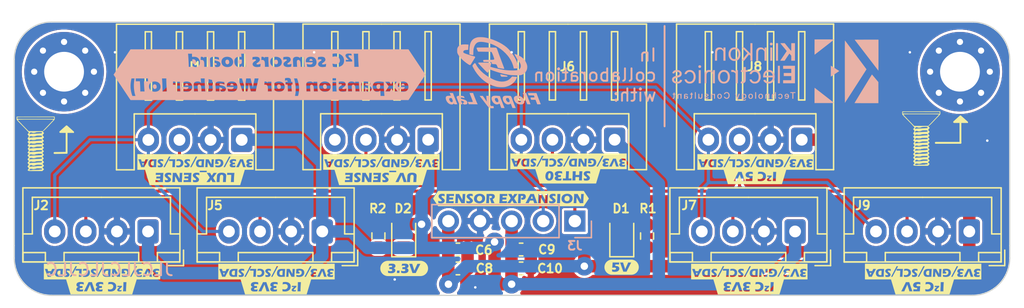
<source format=kicad_pcb>
(kicad_pcb (version 20240108) (generator "pcbnew") (generator_version "8.0")
  (title_block (title "I2C expansion board for Wather IoT") (date "2024-02-11") (rev "1.0") (company "Klinkon Electronicx & Floppy Lab"))
  (layers (0 "F.Cu" signal) (31 "B.Cu" signal) (34 "B.Paste" user) (35 "F.Paste" user) (36 "B.SilkS" user "B.Silkscreen") (37 "F.SilkS" user "F.Silkscreen") (38 "B.Mask" user) (39 "F.Mask" user) (44 "Edge.Cuts" user))
  (net 0 "")
  (net 1 "+3V3")
  (net 2 "GND")
  (net 3 "+5V")
  (net 4 "Net-(D1-K)")
  (net 5 "Net-(D2-K)")
  (net 6 "/I2C_SCL")
  (net 7 "/I2C_SDA")
  (footprint "Connector_JST:JST_XH_S4B-XH-A_1x04_P2.50mm_Horizontal" (layer "F.Cu") (at 203.1968 93.45 180)
    (property "Reference" "J6" (at 3.794 5.89 0) (layer "F.SilkS") (effects (font (size 0.7 0.7))))
    (property "Value" "SHT30 (soil)")
    (pad "1" thru_hole roundrect (at 0 0 180) (size 1.7 1.95) (drill 0.95) (layers "*.Cu" "*.Mask") (roundrect_rratio 0.1470588235) (net 1 "+3V3"))
    (pad "2" thru_hole oval (at 2.5 0 180) (size 1.7 1.95) (drill 0.95) (layers "*.Cu" "*.Mask") (net 2 "GND"))
    (pad "3" thru_hole oval (at 5 0 180) (size 1.7 1.95) (drill 0.95) (layers "*.Cu" "*.Mask") (net 6 "/I2C_SCL"))
    (pad "4" thru_hole oval (at 7.5 0 180) (size 1.7 1.95) (drill 0.95) (layers "*.Cu" "*.Mask") (net 7 "/I2C_SDA"))
  )
  (footprint "kibuzzard-65C8E424" (layer "F.Cu") (at 194.8656 98.1858)
    (property "Reference" "kibuzzard-65C8E424" (hide yes))
    (property "Value" "G***" (hide yes))
  )
  (footprint "kibuzzard-65C5FCD9" (layer "F.Cu") (at 162.0016 104.064 180)
    (property "Reference" "kibuzzard-65C5FCD9" (hide yes))
    (property "Value" "G***" (hide yes))
  )
  (footprint "Connector_JST:JST_XH_B4B-XH-A_1x04_P2.50mm_Vertical" (layer "F.Cu") (at 217.7 100.833 180)
    (property "Reference" "J7" (at 8.521 2.097 0) (layer "F.SilkS") (effects (font (size 0.7 0.7))))
    (property "Value" "I2C_3V3")
    (pad "1" thru_hole roundrect (at 0 0 180) (size 1.7 1.95) (drill 0.95) (layers "*.Cu" "*.Mask") (roundrect_rratio 0.1470588235) (net 1 "+3V3"))
    (pad "2" thru_hole oval (at 2.5 0 180) (size 1.7 1.95) (drill 0.95) (layers "*.Cu" "*.Mask") (net 2 "GND"))
    (pad "3" thru_hole oval (at 5 0 180) (size 1.7 1.95) (drill 0.95) (layers "*.Cu" "*.Mask") (net 6 "/I2C_SCL"))
    (pad "4" thru_hole oval (at 7.5 0 180) (size 1.7 1.95) (drill 0.95) (layers "*.Cu" "*.Mask") (net 7 "/I2C_SDA"))
  )
  (footprint "kibuzzard-65C8D846" (layer "F.Cu") (at 186.284 103.81)
    (property "Reference" "kibuzzard-65C8D846" (hide yes))
    (property "Value" "G***" (hide yes))
  )
  (footprint "kibuzzard-65C8D72A" (layer "F.Cu") (at 175.9716 105.2832 180)
    (property "Reference" "kibuzzard-65C8D72A" (hide yes))
    (property "Value" "G***" (hide yes))
  )
  (footprint "Connector_JST:JST_XH_B4B-XH-A_1x04_P2.50mm_Vertical" (layer "F.Cu") (at 231.7 100.833 180)
    (property "Reference" "J9" (at 8.551 2.097 0) (layer "F.SilkS") (effects (font (size 0.7 0.7))))
    (property "Value" "I2C_5V")
    (pad "1" thru_hole roundrect (at 0 0 180) (size 1.7 1.95) (drill 0.95) (layers "*.Cu" "*.Mask") (roundrect_rratio 0.1470588235) (net 3 "+5V"))
    (pad "2" thru_hole oval (at 2.5 0 180) (size 1.7 1.95) (drill 0.95) (layers "*.Cu" "*.Mask") (net 2 "GND"))
    (pad "3" thru_hole oval (at 5 0 180) (size 1.7 1.95) (drill 0.95) (layers "*.Cu" "*.Mask") (net 6 "/I2C_SCL"))
    (pad "4" thru_hole oval (at 7.5 0 180) (size 1.7 1.95) (drill 0.95) (layers "*.Cu" "*.Mask") (net 7 "/I2C_SDA"))
  )
  (footprint "kibuzzard-65C5FCD9" (layer "F.Cu") (at 169.5164 95.2394 180)
    (property "Reference" "kibuzzard-65C5FCD9" (hide yes))
    (property "Value" "G***" (hide yes))
  )
  (footprint "Connector_JST:JST_XH_S4B-XH-A_1x04_P2.50mm_Horizontal" (layer "F.Cu") (at 218.2336 93.45 180)
    (property "Reference" "J8" (at 3.792 5.89 0) (layer "F.SilkS") (effects (font (size 0.7 0.7))))
    (property "Value" "I2C_5V")
    (pad "1" thru_hole roundrect (at 0 0 180) (size 1.7 1.95) (drill 0.95) (layers "*.Cu" "*.Mask") (roundrect_rratio 0.1470588235) (net 3 "+5V"))
    (pad "2" thru_hole oval (at 2.5 0 180) (size 1.7 1.95) (drill 0.95) (layers "*.Cu" "*.Mask") (net 2 "GND"))
    (pad "3" thru_hole oval (at 5 0 180) (size 1.7 1.95) (drill 0.95) (layers "*.Cu" "*.Mask") (net 6 "/I2C_SCL"))
    (pad "4" thru_hole oval (at 7.5 0 180) (size 1.7 1.95) (drill 0.95) (layers "*.Cu" "*.Mask") (net 7 "/I2C_SDA"))
  )
  (footprint "MountingHole:MountingHole_3.2mm_M3_Pad_Via" (layer "F.Cu") (at 230.95 87.975)
    (property "Reference" "H2" (hide yes))
    (property "Value" "MountingHole")
    (pad "1" thru_hole circle (at -2.4 0) (size 0.8 0.8) (drill 0.5) (layers "*.Cu" "*.Mask"))
    (pad "1" thru_hole circle (at -1.697056 -1.697056) (size 0.8 0.8) (drill 0.5) (layers "*.Cu" "*.Mask"))
    (pad "1" thru_hole circle (at -1.697056 1.697056) (size 0.8 0.8) (drill 0.5) (layers "*.Cu" "*.Mask"))
    (pad "1" thru_hole circle (at 0 -2.4) (size 0.8 0.8) (drill 0.5) (layers "*.Cu" "*.Mask"))
    (pad "1" thru_hole circle (at 0 0) (size 6.4 6.4) (drill 3.2) (layers "*.Cu" "*.Mask"))
    (pad "1" thru_hole circle (at 0 2.4) (size 0.8 0.8) (drill 0.5) (layers "*.Cu" "*.Mask"))
    (pad "1" thru_hole circle (at 1.697056 -1.697056) (size 0.8 0.8) (drill 0.5) (layers "*.Cu" "*.Mask"))
    (pad "1" thru_hole circle (at 1.697056 1.697056) (size 0.8 0.8) (drill 0.5) (layers "*.Cu" "*.Mask"))
    (pad "1" thru_hole circle (at 2.4 0) (size 0.8 0.8) (drill 0.5) (layers "*.Cu" "*.Mask"))
  )
  (footprint "kibuzzard-65C5FCD9" (layer "F.Cu") (at 176.0224 104.064 180)
    (property "Reference" "kibuzzard-65C5FCD9" (hide yes))
    (property "Value" "G***" (hide yes))
  )
  (footprint "LED_SMD:LED_0805_2012Metric" (layer "F.Cu") (at 186.246 101.183 90)
    (property "Reference" "D2" (at 2.193 -0.054 180) (layer "F.SilkS") (effects (font (size 0.7 0.7))))
    (property "Value" "PWR_3V3")
    (pad "1" smd roundrect (at -0.9375 0 90) (size 0.975 1.4) (layers "F.Cu" "F.Paste" "F.Mask") (net 5 "Net-(D2-K)"))
    (pad "2" smd roundrect (at 0.9375 0 90) (size 0.975 1.4) (layers "F.Cu" "F.Paste" "F.Mask") (net 1 "+3V3"))
  )
  (footprint "LOGO" (layer "F.Cu") (at 227.8384 93.396)
    (property "Reference" "G***" (hide yes))
    (property "Value" "LOGO" (hide yes))
  )
  (footprint "Capacitor_SMD:C_0603_1608Metric" (layer "F.Cu") (at 195.682 102.286)
    (property "Reference" "C9" (at 2.067 0.006 0) (layer "F.SilkS") (effects (font (size 0.7 0.7))))
    (property "Value" "10u")
    (pad "1" smd roundrect (at -0.775 0) (size 0.9 0.95) (layers "F.Cu" "F.Paste" "F.Mask") (net 1 "+3V3"))
    (pad "2" smd roundrect (at 0.775 0) (size 0.9 0.95) (layers "F.Cu" "F.Paste" "F.Mask") (net 2 "GND"))
  )
  (footprint "kibuzzard-65C8D72A" (layer "F.Cu") (at 161.9508 105.2832 180)
    (property "Reference" "kibuzzard-65C8D72A" (hide yes))
    (property "Value" "G***" (hide yes))
  )
  (footprint "Connector_JST:JST_XH_S4B-XH-A_1x04_P2.50mm_Horizontal" (layer "F.Cu") (at 173.2248 93.4614 180)
    (property "Reference" "J1" (at 3.798 5.89 180) (layer "F.SilkS") (effects (font (size 0.7 0.7))))
    (property "Value" "LUX_Sensor")
    (pad "1" thru_hole roundrect (at 0 0 180) (size 1.7 1.95) (drill 0.95) (layers "*.Cu" "*.Mask") (roundrect_rratio 0.1470588235) (net 1 "+3V3"))
    (pad "2" thru_hole oval (at 2.5 0 180) (size 1.7 1.95) (drill 0.95) (layers "*.Cu" "*.Mask") (net 2 "GND"))
    (pad "3" thru_hole oval (at 5 0 180) (size 1.7 1.95) (drill 0.95) (layers "*.Cu" "*.Mask") (net 6 "/I2C_SCL"))
    (pad "4" thru_hole oval (at 7.5 0 180) (size 1.7 1.95) (drill 0.95) (layers "*.Cu" "*.Mask") (net 7 "/I2C_SDA"))
  )
  (footprint "kibuzzard-65C5FCD9" (layer "F.Cu") (at 199.4884 95.1886 180)
    (property "Reference" "kibuzzard-65C5FCD9" (hide yes))
    (property "Value" "G***" (hide yes))
  )
  (footprint "LED_SMD:LED_0805_2012Metric" (layer "F.Cu") (at 203.772 101.183 90)
    (property "Reference" "D1" (at 2.193 -0.054 180) (layer "F.SilkS") (effects (font (size 0.7 0.7))))
    (property "Value" "PWR_5V")
    (pad "1" smd roundrect (at -0.9375 0 90) (size 0.975 1.4) (layers "F.Cu" "F.Paste" "F.Mask") (net 4 "Net-(D1-K)"))
    (pad "2" smd roundrect (at 0.9375 0 90) (size 0.975 1.4) (layers "F.Cu" "F.Paste" "F.Mask") (net 3 "+5V"))
  )
  (footprint "kibuzzard-65C5FCD9" (layer "F.Cu") (at 214.5252 95.2394 180)
    (property "Reference" "kibuzzard-65C5FCD9" (hide yes))
    (property "Value" "G***" (hide yes))
  )
  (footprint "Capacitor_SMD:C_0603_1608Metric" (layer "F.Cu") (at 195.682 103.81)
    (property "Reference" "C10" (at 2.321 0.006 0) (layer "F.SilkS") (effects (font (size 0.7 0.7))))
    (property "Value" "100n")
    (pad "1" smd roundrect (at -0.775 0) (size 0.9 0.95) (layers "F.Cu" "F.Paste" "F.Mask") (net 1 "+3V3"))
    (pad "2" smd roundrect (at 0.775 0) (size 0.9 0.95) (layers "F.Cu" "F.Paste" "F.Mask") (net 2 "GND"))
  )
  (footprint "Connector_JST:JST_XH_B4B-XH-A_1x04_P2.50mm_Vertical" (layer "F.Cu") (at 165.7 100.833 180)
    (property "Reference" "J2" (at 8.591 2.097 0) (layer "F.SilkS") (effects (font (size 0.7 0.7))))
    (property "Value" "I2C_3V3")
    (pad "1" thru_hole roundrect (at 0 0 180) (size 1.7 1.95) (drill 0.95) (layers "*.Cu" "*.Mask") (roundrect_rratio 0.1470588235) (net 1 "+3V3"))
    (pad "2" thru_hole oval (at 2.5 0 180) (size 1.7 1.95) (drill 0.95) (layers "*.Cu" "*.Mask") (net 2 "GND"))
    (pad "3" thru_hole oval (at 5 0 180) (size 1.7 1.95) (drill 0.95) (layers "*.Cu" "*.Mask") (net 6 "/I2C_SCL"))
    (pad "4" thru_hole oval (at 7.5 0 180) (size 1.7 1.95) (drill 0.95) (layers "*.Cu" "*.Mask") (net 7 "/I2C_SDA"))
  )
  (footprint "Resistor_SMD:R_0603_1608Metric_Pad0.98x0.95mm_HandSolder" (layer "F.Cu") (at 184.214 101.203 -90)
    (property "Reference" "R2" (at -2.213 0.054 180) (layer "F.SilkS") (effects (font (size 0.7 0.7))))
    (property "Value" "1k")
    (pad "1" smd roundrect (at -0.9125 0 270) (size 0.975 0.95) (layers "F.Cu" "F.Paste" "F.Mask") (net 2 "GND"))
    (pad "2" smd roundrect (at 0.9125 0 270) (size 0.975 0.95) (layers "F.Cu" "F.Paste" "F.Mask") (net 5 "Net-(D2-K)"))
  )
  (footprint "kibuzzard-65C8D780" (layer "F.Cu") (at 214.4744 96.4078 180)
    (property "Reference" "kibuzzard-65C8D780" (hide yes))
    (property "Value" "G***" (hide yes))
  )
  (footprint "Capacitor_SMD:C_0603_1608Metric" (layer "F.Cu") (at 190.602 102.286)
    (property "Reference" "C6" (at 2.0828 0.0508 0) (layer "F.SilkS") (effects (font (size 0.7 0.7))))
    (property "Value" "10u")
    (pad "1" smd roundrect (at -0.775 0) (size 0.9 0.95) (layers "F.Cu" "F.Paste" "F.Mask") (net 3 "+5V"))
    (pad "2" smd roundrect (at 0.775 0) (size 0.9 0.95) (layers "F.Cu" "F.Paste" "F.Mask") (net 2 "GND"))
  )
  (footprint "Connector_JST:JST_XH_S4B-XH-A_1x04_P2.50mm_Horizontal" (layer "F.Cu") (at 188.2108 93.45 180)
    (property "Reference" "J4" (at 3.75 5.89 0) (layer "F.SilkS") (effects (font (size 0.7 0.7))))
    (property "Value" "UV_Sensor")
    (pad "1" thru_hole roundrect (at 0 0 180) (size 1.7 1.95) (drill 0.95) (layers "*.Cu" "*.Mask") (roundrect_rratio 0.1470588235) (net 1 "+3V3"))
    (pad "2" thru_hole oval (at 2.5 0 180) (size 1.7 1.95) (drill 0.95) (layers "*.Cu" "*.Mask") (net 2 "GND"))
    (pad "3" thru_hole oval (at 5 0 180) (size 1.7 1.95) (drill 0.95) (layers "*.Cu" "*.Mask") (net 6 "/I2C_SCL"))
    (pad "4" thru_hole oval (at 7.5 0 180) (size 1.7 1.95) (drill 0.95) (layers "*.Cu" "*.Mask") (net 7 "/I2C_SDA"))
  )
  (footprint "Connector_JST:JST_XH_B4B-XH-A_1x04_P2.50mm_Vertical" (layer "F.Cu") (at 179.7 100.833 180)
    (property "Reference" "J5" (at 8.621 2.097 0) (layer "F.SilkS") (effects (font (size 0.7 0.7))))
    (property "Value" "I2C_3V3")
    (pad "1" thru_hole roundrect (at 0 0 180) (size 1.7 1.95) (drill 0.95) (layers "*.Cu" "*.Mask") (roundrect_rratio 0.1470588235) (net 1 "+3V3"))
    (pad "2" thru_hole oval (at 2.5 0 180) (size 1.7 1.95) (drill 0.95) (layers "*.Cu" "*.Mask") (net 2 "GND"))
    (pad "3" thru_hole oval (at 5 0 180) (size 1.7 1.95) (drill 0.95) (layers "*.Cu" "*.Mask") (net 6 "/I2C_SCL"))
    (pad "4" thru_hole oval (at 7.5 0 180) (size 1.7 1.95) (drill 0.95) (layers "*.Cu" "*.Mask") (net 7 "/I2C_SDA"))
  )
  (footprint "kibuzzard-65C5FCD9" (layer "F.Cu") (at 227.9908 104.064 180)
    (property "Reference" "kibuzzard-65C5FCD9" (hide yes))
    (property "Value" "G***" (hide yes))
  )
  (footprint "LOGO" (layer "F.Cu") (at 156.664 93.817)
    (property "Reference" "G***" (hide yes))
    (property "Value" "LOGO" (hide yes))
  )
  (footprint "MountingHole:MountingHole_3.2mm_M3_Pad_Via" (layer "F.Cu") (at 158.95 87.975)
    (property "Reference" "H1" (hide yes))
    (property "Value" "MountingHole")
    (pad "1" thru_hole circle (at -2.4 0) (size 0.8 0.8) (drill 0.5) (layers "*.Cu" "*.Mask"))
    (pad "1" thru_hole circle (at -1.697056 -1.697056) (size 0.8 0.8) (drill 0.5) (layers "*.Cu" "*.Mask"))
    (pad "1" thru_hole circle (at -1.697056 1.697056) (size 0.8 0.8) (drill 0.5) (layers "*.Cu" "*.Mask"))
    (pad "1" thru_hole circle (at 0 -2.4) (size 0.8 0.8) (drill 0.5) (layers "*.Cu" "*.Mask"))
    (pad "1" thru_hole circle (at 0 0) (size 6.4 6.4) (drill 3.2) (layers "*.Cu" "*.Mask"))
    (pad "1" thru_hole circle (at 0 2.4) (size 0.8 0.8) (drill 0.5) (layers "*.Cu" "*.Mask"))
    (pad "1" thru_hole circle (at 1.697056 -1.697056) (size 0.8 0.8) (drill 0.5) (layers "*.Cu" "*.Mask"))
    (pad "1" thru_hole circle (at 1.697056 1.697056) (size 0.8 0.8) (drill 0.5) (layers "*.Cu" "*.Mask"))
    (pad "1" thru_hole circle (at 2.4 0) (size 0.8 0.8) (drill 0.5) (layers "*.Cu" "*.Mask"))
  )
  (footprint "kibuzzard-65C8D7CB" (layer "F.Cu") (at 169.4656 96.4078 180)
    (property "Reference" "kibuzzard-65C8D7CB" (hide yes))
    (property "Value" "G***" (hide yes))
  )
  (footprint "kibuzzard-65C5FCD9" (layer "F.Cu") (at 214.0208 104.064 180)
    (property "Reference" "kibuzzard-65C5FCD9" (hide yes))
    (property "Value" "G***" (hide yes))
  )
  (footprint "kibuzzard-65C8D780" (layer "F.Cu") (at 227.94 105.2832 180)
    (property "Reference" "kibuzzard-65C8D780" (hide yes))
    (property "Value" "G***" (hide yes))
  )
  (footprint "kibuzzard-65C8D7D6" (layer "F.Cu") (at 184.4008 96.4078 180)
    (property "Reference" "kibuzzard-65C8D7D6" (hide yes))
    (property "Value" "G***" (hide yes))
  )
  (footprint "kibuzzard-65C8D7E5" (layer "F.Cu") (at 199.4376 96.357 180)
    (property "Reference" "kibuzzard-65C8D7E5" (hide yes))
    (property "Value" "G***" (hide yes))
  )
  (footprint "kibuzzard-65C8D862" (layer "F.Cu") (at 203.7592 103.7084)
    (property "Reference" "kibuzzard-65C8D862" (hide yes))
    (property "Value" "G***" (hide yes))
  )
  (footprint "Capacitor_SMD:C_0603_1608Metric" (layer "F.Cu") (at 190.602 103.81)
    (property "Reference" "C8" (at 2.1336 0 0) (layer "F.SilkS") (effects (font (size 0.7 0.7))))
    (property "Value" "100n")
    (pad "1" smd roundrect (at -0.775 0) (size 0.9 0.95) (layers "F.Cu" "F.Paste" "F.Mask") (net 3 "+5V"))
    (pad "2" smd roundrect (at 0.775 0) (size 0.9 0.95) (layers "F.Cu" "F.Paste" "F.Mask") (net 2 "GND"))
  )
  (footprint "kibuzzard-65C8D72A" (layer "F.Cu") (at 213.97 105.2832 180)
    (property "Reference" "kibuzzard-65C8D72A" (hide yes))
    (property "Value" "G***" (hide yes))
  )
  (footprint "kibuzzard-65C5FCD9" (layer "F.Cu") (at 184.4516 95.2394 180)
    (property "Reference" "kibuzzard-65C5FCD9" (hide yes))
    (property "Value" "G***" (hide yes))
  )
  (footprint "Resistor_SMD:R_0603_1608Metric_Pad0.98x0.95mm_HandSolder" (layer "F.Cu") (at 205.804 101.203 -90)
    (property "Reference" "R1" (at -2.213 -0.073 180) (layer "F.SilkS") (effects (font (size 0.7 0.7))))
    (property "Value" "1k")
    (pad "1" smd roundrect (at -0.9125 0 270) (size 0.975 0.95) (layers "F.Cu" "F.Paste" "F.Mask") (net 2 "GND"))
    (pad "2" smd roundrect (at 0.9125 0 270) (size 0.975 0.95) (layers "F.Cu" "F.Paste" "F.Mask") (net 4 "Net-(D1-K)"))
  )
  (footprint "LOGO" (layer "B.Cu") (at 193.205253 88.062 180)
    (property "Reference" "G***" (hide yes))
    (property "Value" "LOGO" (hide yes))
  )
  (footprint "LOGO" (layer "B.Cu") (at 216.010853 87.975 180)
    (property "Reference" "G***" (hide yes))
    (property "Value" "LOGO" (hide yes))
  )
  (footprint "Connector_PinHeader_2.54mm:PinHeader_1x05_P2.54mm_Vertical" (layer "B.Cu") (at 200 100 90)
    (property "Reference" "J3" (at -1.9812 0 180) (layer "B.SilkS") (effects (font (size 0.7 0.7)) (justify mirror)))
    (property "Value" "to WIoT")
    (pad "1" thru_hole rect (at 0 0 90) (size 1.7 1.7) (drill 1) (layers "*.Cu" "*.Mask") (net 6 "/I2C_SCL"))
    (pad "2" thru_hole oval (at 0 -2.54 90) (size 1.7 1.7) (drill 1) (layers "*.Cu" "*.Mask") (net 7 "/I2C_SDA"))
    (pad "3" thru_hole oval (at 0 -5.08 90) (size 1.7 1.7) (drill 1) (layers "*.Cu" "*.Mask") (net 1 "+3V3"))
    (pad "4" thru_hole oval (at 0 -7.62 90) (size 1.7 1.7) (drill 1) (layers "*.Cu" "*.Mask") (net 2 "GND"))
    (pad "5" thru_hole oval (at 0 -10.16 90) (size 1.7 1.7) (drill 1) (layers "*.Cu" "*.Mask") (net 3 "+5V"))
  )
  (footprint "kibuzzard-65C8E45A" (layer "B.Cu") (at 175.46 88.2144 180)
    (property "Reference" "kibuzzard-65C8E45A" (hide yes))
    (property "Value" "G***" (hide yes))
  )
  (gr_line (start 207.21 84.295084) (end 207.21 92.372284) (stroke (width 0.15)) (layer "B.SilkS"))
  (gr_line (start 159.1532 94.5028) (end 159.1532 92.928) (stroke (width 0.15)) (layer "F.SilkS"))
  (gr_line (start 158.1844 94.5174) (end 159.1532 94.5028) (stroke (width 0.15)) (layer "F.SilkS"))
  (gr_line (start 230.988 93.7008) (end 229.0068 93.7008) (stroke (width 0.15)) (layer "F.SilkS"))
  (gr_poly (pts (xy 159.1532 92.3692) (xy 159.6612 92.8264) (xy 158.6452 92.8264)) (stroke (width 0.15)) (fill solid) (layer "F.SilkS"))
  (gr_line (start 230.988 93.7008) (end 230.988 92.126) (stroke (width 0.15)) (layer "F.SilkS"))
  (gr_poly (pts (xy 230.988 91.5672) (xy 231.496 92.0244) (xy 230.48 92.0244)) (stroke (width 0.15)) (fill solid) (layer "F.SilkS"))
  (gr_arc (start 154.95 86.975) (mid 155.828679 84.853679) (end 157.95 83.975) (stroke (width 0.1)) (layer "Edge.Cuts"))
  (gr_line (start 154.95 102.975) (end 154.95 101.975) (stroke (width 0.1)) (layer "Edge.Cuts"))
  (gr_line (start 194.95 105.975) (end 231.95 105.975) (stroke (width 0.1)) (layer "Edge.Cuts"))
  (gr_arc (start 157.95 105.975) (mid 155.82868 105.09632) (end 154.95 102.975) (stroke (width 0.1)) (layer "Edge.Cuts"))
  (gr_line (start 234.95 102.975) (end 234.95 101.975) (stroke (width 0.1)) (layer "Edge.Cuts"))
  (gr_line (start 234.95 86.975) (end 234.95 101.975) (stroke (width 0.1)) (layer "Edge.Cuts"))
  (gr_arc (start 234.95 102.975) (mid 234.07132 105.09632) (end 231.95 105.975) (stroke (width 0.1)) (layer "Edge.Cuts"))
  (gr_arc (start 231.95 83.975) (mid 234.071321 84.853679) (end 234.95 86.975) (stroke (width 0.1)) (layer "Edge.Cuts"))
  (gr_line (start 154.95 86.975) (end 154.95 101.975) (stroke (width 0.1)) (layer "Edge.Cuts"))
  (gr_line (start 231.95 83.975) (end 157.95 83.975) (stroke (width 0.1)) (layer "Edge.Cuts"))
  (gr_line (start 194.95 105.975) (end 157.95 105.975) (stroke (width 0.1)) (layer "Edge.Cuts"))
  (gr_text "In\ncollaboration\nwith:" (at 206.6512 90.441884 0) (layer "B.SilkS") (effects (font (size 1 1)) (justify left bottom mirror)))
  (gr_text "JLCJLCJLCJLC" (at 167.84 104.485 0) (layer "B.SilkS") (effects (font (size 1 1)) (justify left bottom mirror)))
  (segment (start 193.5484 104.5974) (end 194.031 105.08) (width 1) (layer "F.Cu") (net 1))
  (segment (start 194.92 102.273) (end 194.907 102.286) (width 1) (layer "F.Cu") (net 1))
  (segment (start 194.907 102.286) (end 194.907 103.81) (width 1) (layer "F.Cu") (net 1))
  (segment (start 193.5484 101.6764) (end 193.5484 104.5974) (width 1) (layer "F.Cu") (net 1))
  (segment (start 187.681 100.254) (end 187.6725 100.2455) (width 1) (layer "F.Cu") (net 1))
  (segment (start 194.907 105.067) (end 194.92 105.08) (width 1) (layer "F.Cu") (net 1))
  (segment (start 194.92 100) (end 194.92 102.273) (width 1) (layer "F.Cu") (net 1))
  (segment (start 194.907 103.81) (end 194.907 105.067) (width 1) (layer "F.Cu") (net 1))
  (segment (start 187.6725 100.2455) (end 186.246 100.2455) (width 1) (layer "F.Cu") (net 1))
  (segment (start 194.031 105.08) (end 194.92 105.08) (width 1) (layer "F.Cu") (net 1))
  (via (at 187.681 100.254) (size 1.5) (drill 0.6) (layers "F.Cu" "B.Cu") (net 1))
  (via (at 194.92 105.08) (size 1.5) (drill 0.6) (layers "F.Cu" "B.Cu") (net 1))
  (via (at 193.5484 101.6764) (size 1.5) (drill 0.6) (layers "F.Cu" "B.Cu") (net 1))
  (segment (start 193.0658 102.159) (end 187.681 102.159) (width 1) (layer "B.Cu") (net 1))
  (segment (start 187.681 102.159) (end 183.363 102.159) (width 1) (layer "B.Cu") (net 1))
  (segment (start 187.681 97.968) (end 187.681 102.159) (width 1) (layer "B.Cu") (net 1))
  (segment (start 182.037 100.833) (end 179.7 100.833) (width 1) (layer "B.Cu") (net 1))
  (segment (start 183.363 102.159) (end 182.037 100.833) (width 1) (layer "B.Cu") (net 1))
  (segment (start 206.75 97.0032) (end 206.75 105.061) (width 1) (layer "B.Cu") (net 1))
  (segment (start 166.98 104.191) (end 165.7 102.911) (width 1) (layer "B.Cu") (net 1))
  (segment (start 194.92 105.08) (end 206.731 105.08) (width 1) (layer "B.Cu") (net 1))
  (segment (start 179.7 100.833) (end 179.7 102.774) (width 1) (layer "B.Cu") (net 1))
  (segment (start 173.2362 93.45) (end 173.2248 93.4614) (width 1) (layer "B.Cu") (net 1))
  (segment (start 203.1968 93.45) (end 206.75 97.0032) (width 1) (layer "B.Cu") (net 1))
  (segment (start 193.5484 101.6764) (end 193.0658 102.159) (width 1) (layer "B.Cu") (net 1))
  (segment (start 206.731 105.08) (end 215.367 105.08) (width 1) (layer "B.Cu") (net 1))
  (segment (start 178.283 104.191) (end 166.98 104.191) (width 1) (layer "B.Cu") (net 1))
  (segment (start 217.7 102.747) (end 217.7 100.833) (width 1) (layer "B.Cu") (net 1))
  (segment (start 165.7 102.911) (end 165.7 100.833) (width 1) (layer "B.Cu") (net 1))
  (segment (start 206.75 105.061) (end 206.731 105.08) (width 1) (layer "B.Cu") (net 1))
  (segment (start 188.2108 97.4382) (end 187.681 97.968) (width 1) (layer "B.Cu") (net 1))
  (segment (start 177.829 93.45) (end 173.2362 93.45) (width 1) (layer "B.Cu") (net 1))
  (segment (start 215.367 105.08) (end 217.7 102.747) (width 1) (layer "B.Cu") (net 1))
  (segment (start 179.7 100.833) (end 179.7 95.321) (width 1) (layer "B.Cu") (net 1))
  (segment (start 179.7 102.774) (end 178.283 104.191) (width 1) (layer "B.Cu") (net 1))
  (segment (start 179.7 95.321) (end 177.829 93.45) (width 1) (layer "B.Cu") (net 1))
  (segment (start 188.2108 93.45) (end 188.2108 97.4382) (width 1) (layer "B.Cu") (net 1))
  (segment (start 191.377 103.81) (end 191.377 102.286) (width 1) (layer "F.Cu") (net 2))
  (segment (start 196.457 103.81) (end 196.457 102.286) (width 1) (layer "F.Cu") (net 2))
  (via (at 226.924 86.411) (size 0.46) (drill 0.2) (layers "F.Cu" "B.Cu") (net 2))
  (via (at 233.147 93.523) (size 0.46) (drill 0.2) (layers "F.Cu" "B.Cu") (net 2))
  (via (at 194.92 86.411) (size 0.46) (drill 0.2) (layers "F.Cu" "B.Cu") (net 2))
  (via (at 191.999 105.334) (size 0.46) (drill 0.2) (layers "F.Cu" "B.Cu") (net 2))
  (via (at 185.522 104.699) (size 0.46) (drill 0.2) (layers "F.Cu" "B.Cu") (net 2))
  (via (at 163.043 86.411) (size 0.46) (drill 0.2) (layers "F.Cu" "B.Cu") (net 2))
  (via (at 179.045 86.411) (size 0.46) (drill 0.2) (layers "F.Cu" "B.Cu") (net 2))
  (via (at 211.049 86.411) (size 0.46) (drill 0.2) (layers "F.Cu" "B.Cu") (net 2))
  (segment (start 200.762 103.6305) (end 200.762 102.032) (width 1) (layer "F.Cu") (net 3))
  (segment (start 189.827 103.81) (end 189.827 102.286) (width 1) (layer "F.Cu") (net 3))
  (segment (start 202.5485 100.2455) (end 203.772 100.2455) (width 1) (layer "F.Cu") (net 3))
  (segment (start 200.762 103.6305) (end 230.5325 103.6305) (width 1) (layer "F.Cu") (net 3))
  (segment (start 228.502 93.45) (end 231.7 96.648) (width 1) (layer "F.Cu") (net 3))
  (segment (start 189.827 103.81) (end 189.827 105.067) (width 1) (layer "F.Cu") (net 3))
  (segment (start 231.7 102.463) (end 231.7 100.833) (width 1) (layer "F.Cu") (net 3))
  (segment (start 230.5325 103.6305) (end 231.7 102.463) (width 1) (layer "F.Cu") (net 3))
  (segment (start 189.827 102.286) (end 189.827 100.013) (width 1) (layer "F.Cu") (net 3))
  (segment (start 189.827 100.013) (end 189.84 100) (width 1) (layer "F.Cu") (net 3))
  (segment (start 200.762 102.032) (end 202.5485 100.2455) (width 1) (layer "F.Cu") (net 3))
  (segment (start 189.827 105.067) (end 189.84 105.08) (width 1) (layer "F.Cu") (net 3))
  (segment (start 218.2336 93.45) (end 228.502 93.45) (width 1) (layer "F.Cu") (net 3))
  (segment (start 231.7 96.648) (end 231.7 100.833) (width 1) (layer "F.Cu") (net 3))
  (via (at 200.762 103.6305) (size 1.5) (drill 0.6) (layers "F.Cu" "B.Cu") (net 3))
  (via (at 189.84 105.08) (size 1.5) (drill 0.6) (layers "F.Cu" "B.Cu") (net 3))
  (segment (start 191.2895 103.6305) (end 189.84 105.08) (width 1) (layer "B.Cu") (net 3))
  (segment (start 200.762 103.6305) (end 191.2895 103.6305) (width 1) (layer "B.Cu") (net 3))
  (segment (start 205.799 102.1205) (end 205.804 102.1155) (width 0.25) (layer "F.Cu") (net 4))
  (segment (start 203.772 102.1205) (end 205.799 102.1205) (width 0.25) (layer "F.Cu") (net 4))
  (segment (start 186.246 102.1205) (end 184.219 102.1205) (width 0.25) (layer "F.Cu") (net 5))
  (segment (start 184.219 102.1205) (end 184.214 102.1155) (width 0.25) (layer "F.Cu") (net 5))
  (segment (start 213.2336 93.45) (end 213.2336 97.5654) (width 0.25) (layer "F.Cu") (net 6))
  (segment (start 213.2336 97.5654) (end 213.2552 97.587) (width 0.25) (layer "F.Cu") (net 6))
  (segment (start 198.1676 97.587) (end 201.778 97.587) (width 0.25) (layer "F.Cu") (net 6))
  (segment (start 225.527 97.587) (end 226.7 98.76) (width 0.25) (layer "F.Cu") (net 6))
  (segment (start 169.774 97.587) (end 162.154 97.587) (width 0.25) (layer "F.Cu") (net 6))
  (segment (start 174.7 100.833) (end 174.7 97.614) (width 0.25) (layer "F.Cu") (net 6))
  (segment (start 185.776 97.587) (end 174.727 97.587) (width 0.25) (layer "F.Cu") (net 6))
  (segment (start 183.2108 97.5146) (end 183.2832 97.587) (width 0.25) (layer "F.Cu") (net 6))
  (segment (start 183.2832 97.587) (end 185.776 97.587) (width 0.25) (layer "F.Cu") (net 6))
  (segment (start 200 97.587) (end 201.778 97.587) (width 0.25) (layer "F.Cu") (net 6))
  (segment (start 212.7 100.833) (end 212.7 97.587) (width 0.25) (layer "F.Cu") (net 6))
  (segment (start 168.2248 97.587) (end 169.774 97.587) (width 0.25) (layer "F.Cu") (net 6))
  (segment (start 226.7 98.76) (end 226.7 100.833) (width 0.25) (layer "F.Cu") (net 6))
  (segment (start 162.154 97.587) (end 160.7 99.041) (width 0.25) (layer "F.Cu") (net 6))
  (segment (start 174.7 97.614) (end 174.727 97.587) (width 0.25) (layer "F.Cu") (net 6))
  (segment (start 160.7 99.041) (end 160.7 100.833) (width 0.25) (layer "F.Cu") (net 6))
  (segment (start 213.2552 97.587) (end 217.78 97.587) (width 0.25) (layer "F.Cu") (net 6))
  (segment (start 183.2108 93.45) (end 183.2108 97.5146) (width 0.25) (layer "F.Cu") (net 6))
  (segment (start 200 97.587) (end 185.776 97.587) (width 0.25) (layer "F.Cu") (net 6))
  (segment (start 198.1968 97.5578) (end 198.1676 97.587) (width 0.25) (layer "F.Cu") (net 6))
  (segment (start 201.778 97.587) (end 212.7 97.587) (width 0.25) (layer "F.Cu") (net 6))
  (segment (start 168.2248 93.4614) (end 168.2248 97.587) (width 0.25) (layer "F.Cu") (net 6))
  (segment (start 200 100) (end 200 97.587) (width 0.25) (layer "F.Cu") (net 6))
  (segment (start 198.1968 93.45) (end 198.1968 97.5578) (width 0.25) (layer "F.Cu") (net 6))
  (segment (start 212.7 97.587) (end 213.2552 97.587) (width 0.25) (layer "F.Cu") (net 6))
  (segment (start 217.78 97.587) (end 225.527 97.587) (width 0.25) (layer "F.Cu") (net 6))
  (segment (start 174.727 97.587) (end 169.774 97.587) (width 0.25) (layer "F.Cu") (net 6))
  (segment (start 165.7248 91.157) (end 165.7248 93.4614) (width 0.25) (layer "B.Cu") (net 7))
  (segment (start 165.7248 96.4588) (end 165.7248 93.4614) (width 0.25) (layer "B.Cu") (net 7))
  (segment (start 195.6968 93.45) (end 195.6968 89.217) (width 0.25) (layer "B.Cu") (net 7))
  (segment (start 210.7336 96.6618) (end 210.7336 93.45) (width 0.25) (layer "B.Cu") (net 7))
  (segment (start 224.2 100.833) (end 220.2644 96.8974) (width 0.25) (layer "B.Cu") (net 7))
  (segment (start 210.7336 96.8974) (end 210.7336 96.865) (width 0.25) (layer "B.Cu") (net 7))
  (segment (start 197.46 97.587) (end 195.6968 95.8238) (width 0.25) (layer "B.Cu") (net 7))
  (segment (start 199.25 89.217) (end 206.5006 89.217) (width 0.25) (layer "B.Cu") (net 7))
  (segment (start 180.7108 93.45) (end 180.7108 89.231) (width 0.25) (layer "B.Cu") (net 7))
  (segment (start 172.2 100.833) (end 170.099 100.833) (width 0.25) (layer "B.Cu") (net 7))
  (segment (start 180.7248 89.217) (end 183.236 89.217) (width 0.25) (layer "B.Cu") (net 7))
  (segment (start 210.8676 96.8974) (end 210.7336 96.7634) (width 0.25) (layer "B.Cu") (net 7))
  (segment (start 167.6648 89.217) (end 165.7248 91.157) (width 0.25) (layer "B.Cu") (net 7))
  (segment (start 210.7336 96.7634) (end 210.7336 96.6618) (width 0.25) (layer "B.Cu") (net 7))
  (segment (start 210.2 100.833) (end 210.2 97.431) (width 0.25) (layer "B.Cu") (net 7))
  (segment (start 210.7336 96.865) (end 210.7336 96.6618) (width 0.25) (layer "B.Cu") (net 7))
  (segment (start 170.099 100.833) (end 165.7248 96.4588) (width 0.25) (layer "B.Cu") (net 7))
  (segment (start 195.6968 95.8238) (end 195.6968 93.45) (width 0.25) (layer "B.Cu") (net 7))
  (segment (start 165.7248 93.4614) (end 165.7134 93.45) (width 0.25) (layer "B.Cu") (net 7))
  (segment (start 197.46 100) (end 197.46 97.587) (width 0.25) (layer "B.Cu") (net 7))
  (segment (start 165.7134 93.45) (end 161.0442 93.45) (width 0.25) (layer "B.Cu") (net 7))
  (segment (start 195.6968 89.217) (end 199.25 89.217) (width 0.25) (layer "B.Cu") (net 7))
  (segment (start 199.25 89.217) (end 167.6648 89.217) (width 0.25) (layer "B.Cu") (net 7))
  (segment (start 158.2 96.2942) (end 158.2 100.833) (width 0.25) (layer "B.Cu") (net 7))
  (segment (start 220.2644 96.8974) (end 210.8676 96.8974) (width 0.25) (layer "B.Cu") (net 7))
  (segment (start 161.0442 93.45) (end 158.2 96.2942) (width 0.25) (layer "B.Cu") (net 7))
  (segment (start 180.7108 89.231) (end 180.7248 89.217) (width 0.25) (layer "B.Cu") (net 7))
  (segment (start 206.5006 89.217) (end 210.7336 93.45) (width 0.25) (layer "B.Cu") (net 7))
  (segment (start 210.2 97.431) (end 210.7336 96.8974) (width 0.25) (layer "B.Cu") (net 7))
  (segment (start 210.8676 96.8974) (end 210.7336 96.8974) (width 0.25) (layer "B.Cu") (net 7))
  (zone (net 6) (net_name "/I2C_SCL") (layer "F.Cu") (priority 1) (connect_pads yes (clearance 0.2)) (min_thickness 0.25) (fill yes (thermal_gap 0.5) (thermal_bridge_width 0.5))
    (polygon (pts (xy 198.665576 97.590992) (xy 197.649836 97.599236) (xy 198.1676 97.005557)))
  )
  (zone (net 0) (net_name "") (layer "F.Cu") (connect_pads (clearance 0)) (min_thickness 0.35)
    (keepout (tracks allowed) (vias allowed) (pads allowed) (copperpour not_allowed) (footprints allowed))
    (fill (thermal_gap 0.2) (thermal_bridge_width 0.5))
    (polygon (pts (xy 195.936 102.54) (xy 197.079 102.54) (xy 197.079 103.683) (xy 195.936 103.683)))
  )
  (zone (net 0) (net_name "") (layer "F.Cu") (connect_pads (clearance 0)) (min_thickness 0.35)
    (keepout (tracks allowed) (vias allowed) (pads allowed) (copperpour not_allowed) (footprints allowed))
    (fill (thermal_gap 0.2) (thermal_bridge_width 0.5))
    (polygon (pts (xy 190.475 102.54) (xy 192.253 102.54) (xy 192.253 103.683) (xy 190.475 103.683)))
  )
  (zone (net 6) (net_name "/I2C_SCL") (layer "F.Cu") (priority 1) (connect_pads yes (clearance 0.2)) (min_thickness 0.25) (fill yes (thermal_gap 0.5) (thermal_bridge_width 0.5))
    (polygon (pts (xy 183.679576 97.642174) (xy 182.663836 97.650418) (xy 183.1816 97.056739)))
  )
  (zone (net 6) (net_name "/I2C_SCL") (layer "F.Cu") (priority 1) (connect_pads yes (clearance 0.2)) (min_thickness 0.25) (fill yes (thermal_gap 0.5) (thermal_bridge_width 0.5))
    (polygon (pts (xy 168.744376 97.603695) (xy 167.728636 97.611939) (xy 168.2464 97.01826)))
  )
  (zone (net 6) (net_name "/I2C_SCL") (layer "F.Cu") (priority 1) (connect_pads yes (clearance 0.2)) (min_thickness 0.25) (fill yes (thermal_gap 0.5) (thermal_bridge_width 0.5))
    (polygon (pts (xy 213.753176 97.602835) (xy 212.737436 97.611079) (xy 213.2552 97.0174)))
  )
  (zone (net 6) (net_name "/I2C_SCL") (layer "F.Cu") (priority 1) (connect_pads yes (clearance 0.2)) (min_thickness 0.25) (fill yes (thermal_gap 0.5) (thermal_bridge_width 0.5))
    (polygon (pts (xy 174.203877 97.564739) (xy 175.219617 97.556495) (xy 174.701853 98.150174)))
  )
  (zone (net 6) (net_name "/I2C_SCL") (layer "F.Cu") (priority 1) (connect_pads yes (clearance 0.2)) (min_thickness 0.25) (fill yes (thermal_gap 0.5) (thermal_bridge_width 0.5))
    (polygon (pts (xy 212.208396 97.518645) (xy 213.224136 97.510401) (xy 212.706372 98.10408)))
  )
  (zone (net 6) (net_name "/I2C_SCL") (layer "F.Cu") (priority 1) (connect_pads yes (clearance 0.2)) (min_thickness 0.25) (fill yes (thermal_gap 0.5) (thermal_bridge_width 0.5))
    (polygon (pts (xy 199.508757 97.507515) (xy 200.524497 97.499271) (xy 200.006733 98.09295)))
  )
  (zone (net 2) (net_name "GND") (layers "F&B.Cu") (connect_pads (clearance 0.2)) (min_thickness 0.35) (fill yes (thermal_gap 0.2) (thermal_bridge_width 0.5))
    (polygon (pts (xy 236 83) (xy 236 107) (xy 154 107) (xy 154 83)))
  )
  (zone (net 7) (net_name "/I2C_SDA") (layer "B.Cu") (priority 1) (connect_pads yes (clearance 0.2)) (min_thickness 0.25) (fill yes (thermal_gap 0.5) (thermal_bridge_width 0.5))
    (polygon (pts (xy 195.180424 89.218365) (xy 196.196164 89.210121) (xy 195.6784 89.8038)))
  )
  (zone (net 7) (net_name "/I2C_SDA") (layer "B.Cu") (priority 1) (connect_pads yes (clearance 0.2)) (min_thickness 0.25) (fill yes (thermal_gap 0.5) (thermal_bridge_width 0.5))
    (polygon (pts (xy 180.194424 89.218365) (xy 181.210164 89.210121) (xy 180.6924 89.8038)))
  )
)
</source>
